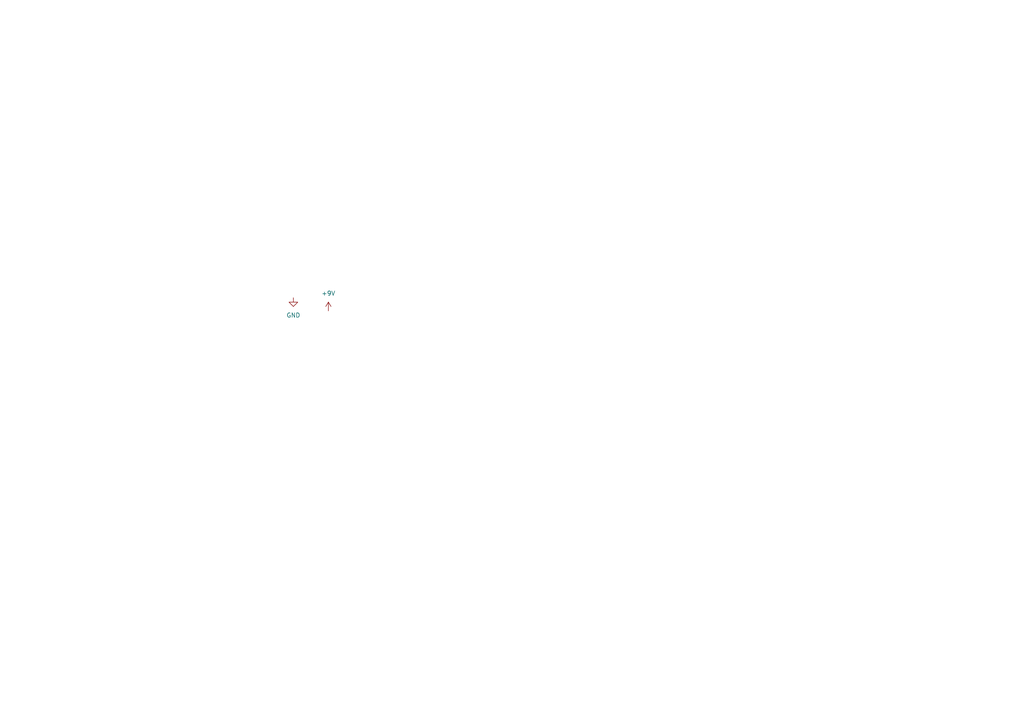
<source format=kicad_sch>
(kicad_sch (version 20211123) (generator eeschema)
  (paper "A4")
  (lib_symbols
    (symbol "power:+9V" (power) (pin_names (offset 0))
      (property "Value" "+9V" (at 0 3.556 0))
      (symbol "+9V_0_1"
        (polyline (pts (xy -0.762 1.27) (xy 0 2.54)))
        (polyline (pts (xy 0 0) (xy 0 2.54)))
        (polyline (pts (xy 0 2.54) (xy 0.762 1.27)))
      )
      (symbol "+9V_1_1"
        (pin power_in line (at 0 0 90) (length 0) hide (name "+9V") (number "1"))
      )
    )
    (symbol "power:GND" (power) (pin_names (offset 0))
      (property "Value" "GND" (at 0 -3.81 0))
      (symbol "GND_0_1"
        (polyline (pts (xy 0 0) (xy 0 -1.27) (xy 1.27 -1.27) (xy 0 -2.54) (xy -1.27 -1.27) (xy 0 -1.27)))
      )
      (symbol "GND_1_1"
        (pin power_in line (at 0 0 270) (length 0) hide (name "GND") (number "1"))
      )
    )
  )
  (symbol (lib_id "power:GND") (at 85.09 86.36 0) (unit 1)
    (property "Reference" "#PWR0101" (effects hide))
    (property "Value" "GND" (at 85.09 91.44 0))
  )
  (symbol (lib_id "power:+9V") (at 95.25 90.17 0) (unit 1)
    (property "Reference" "#PWR0102" (effects hide))
    (property "Value" "+9V" (at 95.25 85.09 0))
  )
)
</source>
